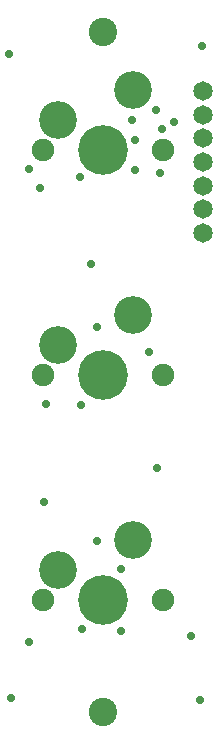
<source format=gts>
G04 EAGLE Gerber RS-274X export*
G75*
%MOMM*%
%FSLAX34Y34*%
%LPD*%
%INSoldermask Top*%
%IPPOS*%
%AMOC8*
5,1,8,0,0,1.08239X$1,22.5*%
G01*
G04 Define Apertures*
%ADD10C,2.403200*%
%ADD11C,1.643200*%
%ADD12C,3.203200*%
%ADD13C,4.203600*%
%ADD14C,1.903200*%
%ADD15C,0.705600*%
D10*
X0Y-285750D03*
X0Y290287D03*
D11*
X85000Y160000D03*
X85000Y140000D03*
X85000Y120000D03*
X85000Y180000D03*
D12*
X25400Y241300D03*
X-38100Y215900D03*
D13*
X0Y190500D03*
D14*
X50800Y190500D03*
X-50800Y190500D03*
D12*
X25400Y50800D03*
X-38100Y25400D03*
D13*
X0Y0D03*
D14*
X50800Y0D03*
X-50800Y0D03*
D12*
X25400Y-139700D03*
X-38100Y-165100D03*
D13*
X0Y-190500D03*
D14*
X50800Y-190500D03*
X-50800Y-190500D03*
D11*
X85000Y200000D03*
X85000Y220000D03*
X85000Y240000D03*
D15*
X60200Y213500D03*
X45300Y223900D03*
X-62200Y174200D03*
X-79200Y271500D03*
X84100Y277800D03*
X-77900Y-273500D03*
X82100Y-275200D03*
X74700Y-221600D03*
X-62500Y-226100D03*
X-50300Y-107500D03*
X45700Y-79200D03*
X-47800Y-25100D03*
X39100Y19200D03*
X-53031Y158069D03*
X25000Y215800D03*
X27500Y173400D03*
X48600Y170300D03*
X27500Y198800D03*
X-4800Y-140900D03*
X-18900Y-25600D03*
X-4900Y40200D03*
X-9700Y93300D03*
X15100Y-217000D03*
X-17700Y-215400D03*
X15700Y-164300D03*
X50300Y207600D03*
X-19300Y167200D03*
M02*

</source>
